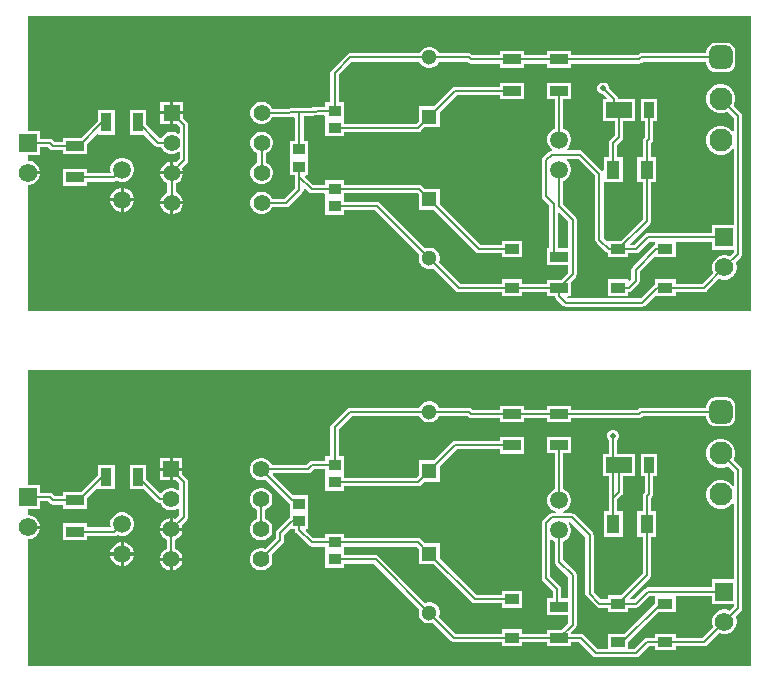
<source format=gtl>
G04*
G04 #@! TF.GenerationSoftware,Altium Limited,Altium Designer,23.1.1 (15)*
G04*
G04 Layer_Physical_Order=1*
G04 Layer_Color=255*
%FSLAX42Y42*%
%MOMM*%
G71*
G04*
G04 #@! TF.SameCoordinates,2A6C1220-FB5B-44CC-9D41-84C089C77491*
G04*
G04*
G04 #@! TF.FilePolarity,Positive*
G04*
G01*
G75*
%ADD12C,0.20*%
%ADD16R,1.10X1.65*%
%ADD17R,1.05X0.95*%
%ADD18R,1.55X0.90*%
%ADD19R,0.90X1.55*%
%ADD20R,1.22X0.91*%
%ADD21R,0.90X1.40*%
%ADD22R,2.20X1.40*%
%ADD31R,1.40X1.40*%
%ADD32C,1.40*%
%ADD33R,1.57X1.57*%
%ADD34R,1.30X1.30*%
%ADD35C,1.30*%
%ADD39C,1.57*%
%ADD41C,1.95*%
G04:AMPARAMS|DCode=42|XSize=1.95mm|YSize=1.95mm|CornerRadius=0.49mm|HoleSize=0mm|Usage=FLASHONLY|Rotation=270.000|XOffset=0mm|YOffset=0mm|HoleType=Round|Shape=RoundedRectangle|*
%AMROUNDEDRECTD42*
21,1,1.95,0.98,0,0,270.0*
21,1,0.98,1.95,0,0,270.0*
1,1,0.98,-0.49,-0.49*
1,1,0.98,-0.49,0.49*
1,1,0.98,0.49,0.49*
1,1,0.98,0.49,-0.49*
%
%ADD42ROUNDEDRECTD42*%
%ADD43C,1.50*%
%ADD44C,0.50*%
G36*
X6625Y3100D02*
X500D01*
Y4169D01*
X514D01*
X540Y4176D01*
X564Y4190D01*
X583Y4209D01*
X597Y4233D01*
X604Y4259D01*
Y4260D01*
X500D01*
Y4286D01*
X604D01*
Y4287D01*
X597Y4313D01*
X583Y4337D01*
X564Y4356D01*
X540Y4370D01*
X514Y4377D01*
X500D01*
Y4423D01*
X603D01*
Y4491D01*
X672D01*
X688Y4475D01*
X700Y4467D01*
X714Y4464D01*
X798D01*
Y4430D01*
X1003D01*
Y4519D01*
X1086Y4602D01*
X1098Y4598D01*
Y4597D01*
X1238D01*
Y4802D01*
X1098D01*
Y4715D01*
X952Y4570D01*
X798D01*
Y4536D01*
X728D01*
X712Y4552D01*
X700Y4560D01*
X686Y4563D01*
X603D01*
Y4630D01*
X500D01*
Y5600D01*
X6625D01*
Y3100D01*
D02*
G37*
G36*
Y100D02*
X500D01*
Y1169D01*
X514D01*
X540Y1176D01*
X564Y1190D01*
X583Y1209D01*
X597Y1233D01*
X604Y1259D01*
Y1260D01*
X500D01*
Y1286D01*
X604D01*
Y1287D01*
X597Y1313D01*
X583Y1337D01*
X564Y1356D01*
X540Y1370D01*
X514Y1377D01*
X500D01*
Y1423D01*
X603D01*
Y1491D01*
X672D01*
X688Y1475D01*
X700Y1467D01*
X714Y1464D01*
X798D01*
Y1430D01*
X1003D01*
Y1519D01*
X1086Y1602D01*
X1098Y1598D01*
Y1598D01*
X1238D01*
Y1802D01*
X1098D01*
Y1715D01*
X952Y1570D01*
X798D01*
Y1536D01*
X728D01*
X712Y1552D01*
X700Y1560D01*
X686Y1563D01*
X603D01*
Y1631D01*
X500D01*
Y2600D01*
X6625D01*
Y100D01*
D02*
G37*
%LPC*%
G36*
X6419Y5373D02*
X6321D01*
X6302Y5371D01*
X6284Y5363D01*
X6269Y5351D01*
X6257Y5336D01*
X6249Y5318D01*
X6247Y5299D01*
Y5286D01*
X5693D01*
X5679Y5283D01*
X5667Y5275D01*
X5660Y5268D01*
X5102D01*
Y5303D01*
X4897D01*
Y5268D01*
X4799D01*
X4799Y5268D01*
X4703D01*
Y5302D01*
X4497D01*
Y5268D01*
X4272D01*
X4265Y5275D01*
X4254Y5283D01*
X4240Y5286D01*
X3983D01*
X3972Y5305D01*
X3955Y5322D01*
X3935Y5334D01*
X3912Y5340D01*
X3888D01*
X3865Y5334D01*
X3845Y5322D01*
X3828Y5305D01*
X3817Y5286D01*
X3229D01*
X3215Y5283D01*
X3204Y5275D01*
X3075Y5146D01*
X3067Y5135D01*
X3064Y5121D01*
Y4872D01*
X3022D01*
Y4833D01*
X2799Y4823D01*
X2641Y4817D01*
X2570D01*
X2570Y4818D01*
X2557Y4839D01*
X2539Y4857D01*
X2518Y4870D01*
X2494Y4876D01*
X2468D01*
X2444Y4870D01*
X2423Y4857D01*
X2405Y4839D01*
X2392Y4818D01*
X2386Y4794D01*
Y4768D01*
X2392Y4744D01*
X2405Y4723D01*
X2423Y4705D01*
X2444Y4692D01*
X2468Y4686D01*
X2494D01*
X2518Y4692D01*
X2539Y4705D01*
X2557Y4723D01*
X2570Y4744D01*
X2570Y4745D01*
X2642D01*
X2643Y4745D01*
X2643Y4745D01*
X2755Y4750D01*
X2764Y4741D01*
Y4545D01*
X2723D01*
Y4413D01*
X2723Y4400D01*
X2723Y4387D01*
Y4255D01*
X2764D01*
Y4145D01*
X2674Y4055D01*
X2570D01*
X2570Y4056D01*
X2557Y4077D01*
X2539Y4095D01*
X2518Y4108D01*
X2494Y4114D01*
X2468D01*
X2444Y4108D01*
X2423Y4095D01*
X2405Y4077D01*
X2392Y4056D01*
X2386Y4032D01*
Y4006D01*
X2392Y3982D01*
X2405Y3961D01*
X2423Y3943D01*
X2444Y3930D01*
X2468Y3924D01*
X2494D01*
X2518Y3930D01*
X2539Y3943D01*
X2557Y3961D01*
X2570Y3982D01*
X2570Y3983D01*
X2689D01*
X2703Y3986D01*
X2714Y3994D01*
X2825Y4105D01*
X2833Y4116D01*
X2836Y4130D01*
Y4137D01*
X2847Y4142D01*
X2879Y4111D01*
X2890Y4103D01*
X2904Y4100D01*
X3013D01*
X3022Y4091D01*
X3022Y4064D01*
X3022Y4051D01*
Y3919D01*
X3177D01*
Y3955D01*
X3444D01*
X3816Y3584D01*
X3810Y3562D01*
Y3538D01*
X3816Y3515D01*
X3828Y3495D01*
X3845Y3478D01*
X3865Y3466D01*
X3888Y3460D01*
X3912D01*
X3934Y3466D01*
X4125Y3275D01*
X4136Y3267D01*
X4150Y3264D01*
X4514D01*
Y3230D01*
X4686D01*
Y3264D01*
X4897D01*
Y3230D01*
X4964D01*
X4966Y3220D01*
X4974Y3208D01*
X5033Y3150D01*
X5044Y3142D01*
X5058Y3139D01*
X5705D01*
X5718Y3142D01*
X5730Y3150D01*
X5804Y3223D01*
X5814Y3230D01*
Y3230D01*
X5814Y3230D01*
X5986D01*
Y3264D01*
X6227D01*
X6241Y3267D01*
X6252Y3275D01*
X6356Y3379D01*
X6360Y3377D01*
X6386Y3370D01*
X6414D01*
X6440Y3377D01*
X6464Y3390D01*
X6483Y3409D01*
X6496Y3433D01*
X6504Y3459D01*
Y3487D01*
X6496Y3513D01*
X6494Y3517D01*
X6541Y3564D01*
X6549Y3575D01*
X6551Y3589D01*
Y4754D01*
X6549Y4768D01*
X6541Y4779D01*
X6478Y4842D01*
X6484Y4853D01*
X6493Y4884D01*
Y4916D01*
X6484Y4947D01*
X6468Y4975D01*
X6445Y4998D01*
X6417Y5014D01*
X6386Y5022D01*
X6354D01*
X6323Y5014D01*
X6295Y4998D01*
X6272Y4975D01*
X6256Y4947D01*
X6248Y4916D01*
Y4884D01*
X6256Y4853D01*
X6272Y4825D01*
X6295Y4802D01*
X6323Y4786D01*
X6354Y4777D01*
X6386D01*
X6417Y4786D01*
X6428Y4792D01*
X6480Y4739D01*
Y4628D01*
X6471Y4626D01*
X6467Y4626D01*
X6445Y4648D01*
X6417Y4664D01*
X6386Y4672D01*
X6354D01*
X6323Y4664D01*
X6295Y4648D01*
X6272Y4625D01*
X6256Y4597D01*
X6248Y4566D01*
Y4534D01*
X6256Y4503D01*
X6272Y4475D01*
X6295Y4452D01*
X6323Y4436D01*
X6354Y4427D01*
X6386D01*
X6417Y4436D01*
X6445Y4452D01*
X6467Y4474D01*
X6471Y4474D01*
X6480Y4472D01*
Y3831D01*
X6297D01*
Y3763D01*
X5752D01*
X5739Y3760D01*
X5727Y3752D01*
X5637Y3663D01*
X5603D01*
X5598Y3674D01*
X5768Y3844D01*
X5775Y3856D01*
X5778Y3869D01*
Y4192D01*
X5822D01*
Y4407D01*
X5778D01*
Y4527D01*
X5787Y4535D01*
X5794Y4547D01*
X5797Y4560D01*
Y4709D01*
X5831D01*
Y4899D01*
X5691D01*
Y4709D01*
X5726D01*
Y4575D01*
X5717Y4567D01*
X5710Y4555D01*
X5707Y4541D01*
Y4407D01*
X5662D01*
Y4192D01*
X5707D01*
Y3884D01*
X5520Y3698D01*
X5414D01*
Y3698D01*
X5407Y3694D01*
X5378Y3723D01*
Y4192D01*
X5537D01*
Y4407D01*
X5493D01*
Y4511D01*
X5532Y4550D01*
X5539Y4561D01*
X5542Y4575D01*
Y4709D01*
X5641D01*
Y4899D01*
X5502D01*
X5500Y4911D01*
X5492Y4922D01*
X5425Y4989D01*
Y4998D01*
X5418Y5017D01*
X5404Y5031D01*
X5385Y5038D01*
X5365D01*
X5347Y5031D01*
X5333Y5017D01*
X5325Y4998D01*
Y4978D01*
X5333Y4960D01*
X5347Y4946D01*
X5365Y4938D01*
X5375D01*
X5403Y4911D01*
X5398Y4899D01*
X5371D01*
Y4709D01*
X5471D01*
Y4590D01*
X5432Y4551D01*
X5425Y4540D01*
X5422Y4526D01*
Y4407D01*
X5377D01*
Y4297D01*
X5376Y4296D01*
X5365Y4292D01*
X5205Y4452D01*
X5193Y4460D01*
X5180Y4463D01*
X5065D01*
X5063Y4475D01*
X5080Y4493D01*
X5093Y4515D01*
X5100Y4541D01*
Y4567D01*
X5093Y4593D01*
X5080Y4615D01*
X5061Y4634D01*
X5039Y4647D01*
X5036Y4648D01*
Y4898D01*
X5102D01*
Y5038D01*
X4897D01*
Y4898D01*
X4964D01*
Y4648D01*
X4961Y4647D01*
X4939Y4634D01*
X4920Y4615D01*
X4907Y4593D01*
X4900Y4567D01*
Y4541D01*
X4907Y4515D01*
X4920Y4493D01*
X4937Y4475D01*
X4937Y4469D01*
X4934Y4462D01*
X4922Y4460D01*
X4911Y4452D01*
X4862Y4404D01*
X4855Y4392D01*
X4852Y4379D01*
Y4077D01*
X4855Y4063D01*
X4862Y4051D01*
X4918Y3996D01*
Y3635D01*
X4897D01*
Y3495D01*
X5078D01*
Y3429D01*
X5020Y3370D01*
X4897D01*
Y3336D01*
X4686D01*
Y3371D01*
X4514D01*
Y3336D01*
X4165D01*
X3984Y3516D01*
X3990Y3538D01*
Y3562D01*
X3984Y3585D01*
X3972Y3605D01*
X3955Y3622D01*
X3935Y3634D01*
X3912Y3640D01*
X3888D01*
X3866Y3634D01*
X3484Y4016D01*
X3473Y4024D01*
X3459Y4027D01*
X3186D01*
X3177Y4036D01*
X3177Y4064D01*
X3177Y4076D01*
Y4100D01*
X3799D01*
X3810Y4090D01*
Y3960D01*
X3940D01*
X4298Y3602D01*
X4309Y3594D01*
X4323Y3591D01*
X4514D01*
Y3557D01*
X4686D01*
Y3698D01*
X4514D01*
Y3663D01*
X4338D01*
X3990Y4010D01*
Y4140D01*
X3860D01*
X3839Y4161D01*
X3828Y4169D01*
X3814Y4172D01*
X3177D01*
Y4209D01*
X3022D01*
Y4172D01*
X2919D01*
X2848Y4242D01*
X2853Y4255D01*
X2878D01*
Y4387D01*
X2878Y4400D01*
X2878Y4413D01*
Y4545D01*
X2836D01*
Y4753D01*
X3013Y4761D01*
X3022Y4752D01*
Y4583D01*
X3177D01*
Y4619D01*
X3805D01*
X3819Y4622D01*
X3830Y4630D01*
X3860Y4660D01*
X3990D01*
Y4790D01*
X4132Y4932D01*
X4497D01*
Y4897D01*
X4703D01*
Y5037D01*
X4497D01*
Y5003D01*
X4118D01*
X4104Y5000D01*
X4092Y4993D01*
X3940Y4840D01*
X3810D01*
Y4710D01*
X3790Y4691D01*
X3177D01*
Y4727D01*
Y4872D01*
X3136D01*
Y5106D01*
X3244Y5214D01*
X3817D01*
X3828Y5195D01*
X3845Y5178D01*
X3865Y5166D01*
X3888Y5160D01*
X3912D01*
X3935Y5166D01*
X3955Y5178D01*
X3972Y5195D01*
X3983Y5214D01*
X4225D01*
X4232Y5207D01*
X4244Y5200D01*
X4257Y5197D01*
X4497D01*
Y5162D01*
X4703D01*
Y5197D01*
X4799D01*
X4799Y5197D01*
X4897D01*
Y5163D01*
X5102D01*
Y5197D01*
X5675D01*
X5689Y5200D01*
X5700Y5207D01*
X5707Y5214D01*
X6247D01*
Y5201D01*
X6249Y5182D01*
X6257Y5164D01*
X6269Y5149D01*
X6284Y5137D01*
X6302Y5129D01*
X6321Y5127D01*
X6419D01*
X6438Y5129D01*
X6456Y5137D01*
X6471Y5149D01*
X6483Y5164D01*
X6491Y5182D01*
X6493Y5201D01*
Y5299D01*
X6491Y5318D01*
X6483Y5336D01*
X6471Y5351D01*
X6456Y5363D01*
X6438Y5371D01*
X6419Y5373D01*
D02*
G37*
G36*
X1814Y4876D02*
X1732D01*
Y4794D01*
X1814D01*
Y4876D01*
D02*
G37*
G36*
X1706D02*
X1624D01*
Y4794D01*
X1706D01*
Y4876D01*
D02*
G37*
G36*
Y4768D02*
X1624D01*
Y4686D01*
X1706D01*
Y4768D01*
D02*
G37*
G36*
X1503Y4802D02*
X1363D01*
Y4597D01*
X1485D01*
X1580Y4502D01*
X1592Y4494D01*
X1606Y4491D01*
X1630D01*
X1630Y4490D01*
X1643Y4469D01*
X1661Y4451D01*
X1682Y4438D01*
X1706Y4432D01*
X1732D01*
X1756Y4438D01*
X1776Y4450D01*
X1786Y4447D01*
X1789Y4446D01*
Y4393D01*
X1757Y4361D01*
X1756Y4362D01*
X1732Y4368D01*
Y4286D01*
X1814D01*
X1808Y4310D01*
X1807Y4311D01*
X1850Y4353D01*
X1857Y4365D01*
X1860Y4378D01*
Y4676D01*
X1857Y4689D01*
X1850Y4701D01*
X1814Y4736D01*
Y4768D01*
X1732D01*
Y4686D01*
X1764D01*
X1789Y4661D01*
Y4608D01*
X1786Y4607D01*
X1776Y4604D01*
X1756Y4616D01*
X1732Y4622D01*
X1706D01*
X1682Y4616D01*
X1661Y4603D01*
X1643Y4585D01*
X1632Y4566D01*
X1621Y4565D01*
X1618Y4565D01*
X1503Y4680D01*
Y4802D01*
D02*
G37*
G36*
X1706Y4368D02*
X1682Y4362D01*
X1660Y4349D01*
X1643Y4332D01*
X1630Y4310D01*
X1624Y4286D01*
X1706D01*
Y4368D01*
D02*
G37*
G36*
X1313Y4400D02*
X1287D01*
X1261Y4393D01*
X1239Y4380D01*
X1220Y4361D01*
X1207Y4339D01*
X1200Y4313D01*
Y4287D01*
X1202Y4281D01*
X1194Y4271D01*
X1003D01*
Y4305D01*
X798D01*
Y4165D01*
X1003D01*
Y4199D01*
X1235D01*
X1249Y4202D01*
X1258Y4209D01*
X1261Y4207D01*
X1287Y4200D01*
X1313D01*
X1339Y4207D01*
X1361Y4220D01*
X1380Y4239D01*
X1393Y4261D01*
X1400Y4287D01*
Y4313D01*
X1393Y4339D01*
X1380Y4361D01*
X1361Y4380D01*
X1339Y4393D01*
X1313Y4400D01*
D02*
G37*
G36*
X2494Y4622D02*
X2468D01*
X2444Y4616D01*
X2423Y4603D01*
X2405Y4585D01*
X2392Y4564D01*
X2386Y4540D01*
Y4514D01*
X2392Y4490D01*
X2405Y4469D01*
X2423Y4451D01*
X2444Y4438D01*
X2445Y4438D01*
Y4362D01*
X2444Y4362D01*
X2423Y4349D01*
X2405Y4331D01*
X2392Y4310D01*
X2386Y4286D01*
Y4260D01*
X2392Y4236D01*
X2405Y4215D01*
X2423Y4197D01*
X2444Y4184D01*
X2468Y4178D01*
X2494D01*
X2518Y4184D01*
X2539Y4197D01*
X2557Y4215D01*
X2570Y4236D01*
X2576Y4260D01*
Y4286D01*
X2570Y4310D01*
X2557Y4331D01*
X2539Y4349D01*
X2518Y4362D01*
X2517Y4362D01*
Y4438D01*
X2518Y4438D01*
X2539Y4451D01*
X2557Y4469D01*
X2570Y4490D01*
X2576Y4514D01*
Y4540D01*
X2570Y4564D01*
X2557Y4585D01*
X2539Y4603D01*
X2518Y4616D01*
X2494Y4622D01*
D02*
G37*
G36*
X1313Y4146D02*
X1313D01*
Y4059D01*
X1400D01*
Y4059D01*
X1394Y4085D01*
X1380Y4108D01*
X1362Y4126D01*
X1339Y4140D01*
X1313Y4146D01*
D02*
G37*
G36*
X1287D02*
X1287D01*
X1261Y4140D01*
X1238Y4126D01*
X1220Y4108D01*
X1206Y4085D01*
X1200Y4059D01*
Y4059D01*
X1287D01*
Y4146D01*
D02*
G37*
G36*
X1814Y4260D02*
X1624D01*
X1630Y4236D01*
X1643Y4214D01*
X1660Y4197D01*
X1682Y4184D01*
X1683Y4184D01*
Y4108D01*
X1682Y4108D01*
X1660Y4095D01*
X1643Y4078D01*
X1630Y4056D01*
X1624Y4032D01*
X1814D01*
X1808Y4056D01*
X1795Y4078D01*
X1778Y4095D01*
X1756Y4108D01*
X1755Y4108D01*
Y4184D01*
X1756Y4184D01*
X1778Y4197D01*
X1795Y4214D01*
X1808Y4236D01*
X1814Y4260D01*
D02*
G37*
G36*
X1400Y4033D02*
X1313D01*
Y3946D01*
X1313D01*
X1339Y3952D01*
X1362Y3966D01*
X1380Y3984D01*
X1394Y4007D01*
X1400Y4033D01*
Y4033D01*
D02*
G37*
G36*
X1287D02*
X1200D01*
Y4033D01*
X1206Y4007D01*
X1220Y3984D01*
X1238Y3966D01*
X1261Y3952D01*
X1287Y3946D01*
X1287D01*
Y4033D01*
D02*
G37*
G36*
X1814Y4006D02*
X1732D01*
Y3924D01*
X1756Y3930D01*
X1778Y3943D01*
X1795Y3960D01*
X1808Y3982D01*
X1814Y4006D01*
D02*
G37*
G36*
X1706D02*
X1624D01*
X1630Y3982D01*
X1643Y3960D01*
X1660Y3943D01*
X1682Y3930D01*
X1706Y3924D01*
Y4006D01*
D02*
G37*
%LPD*%
G36*
X5078Y3861D02*
Y3635D01*
X4989D01*
Y3933D01*
X5001Y3938D01*
X5078Y3861D01*
D02*
G37*
G36*
X5307Y4250D02*
Y3708D01*
X5309Y3695D01*
X5317Y3683D01*
X5398Y3602D01*
X5410Y3594D01*
X5414Y3593D01*
Y3557D01*
X5586D01*
Y3591D01*
X5652D01*
X5666Y3594D01*
X5677Y3602D01*
X5767Y3691D01*
X5814D01*
Y3661D01*
X5809Y3660D01*
X5797Y3652D01*
X5622Y3477D01*
X5614Y3465D01*
X5611Y3452D01*
Y3372D01*
X5598Y3359D01*
X5586Y3364D01*
Y3371D01*
X5414D01*
Y3230D01*
X5586D01*
Y3264D01*
X5589D01*
X5603Y3267D01*
X5615Y3275D01*
X5672Y3332D01*
X5680Y3344D01*
X5683Y3358D01*
Y3437D01*
X5806Y3560D01*
X5814Y3557D01*
Y3557D01*
X5986D01*
Y3691D01*
X6297D01*
Y3624D01*
X6480D01*
Y3604D01*
X6444Y3567D01*
X6440Y3569D01*
X6414Y3577D01*
X6386D01*
X6360Y3569D01*
X6336Y3556D01*
X6317Y3537D01*
X6304Y3513D01*
X6297Y3487D01*
Y3459D01*
X6304Y3433D01*
X6306Y3429D01*
X6212Y3336D01*
X5986D01*
Y3371D01*
X5814D01*
Y3331D01*
X5805Y3325D01*
X5690Y3211D01*
X5074D01*
X5067Y3218D01*
X5073Y3230D01*
X5102D01*
Y3352D01*
X5139Y3388D01*
X5147Y3400D01*
X5149Y3414D01*
Y3876D01*
X5147Y3890D01*
X5139Y3901D01*
X5036Y4004D01*
Y4206D01*
X5039Y4207D01*
X5061Y4220D01*
X5080Y4239D01*
X5093Y4261D01*
X5100Y4287D01*
Y4313D01*
X5093Y4339D01*
X5080Y4361D01*
X5063Y4379D01*
X5065Y4391D01*
X5165D01*
X5307Y4250D01*
D02*
G37*
%LPC*%
G36*
X6419Y2373D02*
X6321D01*
X6302Y2371D01*
X6284Y2363D01*
X6269Y2351D01*
X6257Y2336D01*
X6249Y2318D01*
X6247Y2299D01*
Y2286D01*
X5693D01*
X5679Y2283D01*
X5667Y2275D01*
X5660Y2268D01*
X5102D01*
Y2302D01*
X4897D01*
Y2268D01*
X4703D01*
Y2302D01*
X4497D01*
Y2268D01*
X4272D01*
X4265Y2275D01*
X4254Y2283D01*
X4240Y2286D01*
X3983D01*
X3972Y2305D01*
X3955Y2322D01*
X3935Y2334D01*
X3912Y2340D01*
X3888D01*
X3865Y2334D01*
X3845Y2322D01*
X3828Y2305D01*
X3817Y2286D01*
X3229D01*
X3215Y2283D01*
X3204Y2275D01*
X3075Y2146D01*
X3067Y2135D01*
X3064Y2121D01*
Y1872D01*
X3022D01*
Y1836D01*
X2910D01*
X2896Y1833D01*
X2884Y1825D01*
X2859Y1800D01*
X2566D01*
X2566Y1801D01*
X2553Y1822D01*
X2536Y1840D01*
X2514Y1852D01*
X2490Y1859D01*
X2465D01*
X2441Y1852D01*
X2419Y1840D01*
X2401Y1822D01*
X2389Y1801D01*
X2382Y1776D01*
Y1751D01*
X2389Y1727D01*
X2401Y1706D01*
X2419Y1688D01*
X2441Y1675D01*
X2465Y1669D01*
X2490D01*
X2514Y1675D01*
X2515Y1676D01*
X2716Y1475D01*
X2721Y1471D01*
X2722Y1470D01*
X2722Y1400D01*
X2722Y1387D01*
Y1357D01*
X2716Y1353D01*
X2615Y1251D01*
X2607Y1240D01*
X2604Y1226D01*
Y1179D01*
X2515Y1090D01*
X2514Y1090D01*
X2490Y1097D01*
X2465D01*
X2441Y1090D01*
X2419Y1078D01*
X2401Y1060D01*
X2389Y1039D01*
X2382Y1014D01*
Y989D01*
X2389Y965D01*
X2401Y944D01*
X2419Y926D01*
X2441Y913D01*
X2465Y907D01*
X2490D01*
X2514Y913D01*
X2536Y926D01*
X2553Y944D01*
X2566Y965D01*
X2572Y989D01*
Y1014D01*
X2566Y1039D01*
X2565Y1039D01*
X2665Y1139D01*
X2673Y1151D01*
X2675Y1164D01*
Y1211D01*
X2713Y1248D01*
X2722Y1255D01*
Y1255D01*
X2722Y1255D01*
X2764D01*
Y1249D01*
X2767Y1235D01*
X2775Y1224D01*
X2879Y1120D01*
X2890Y1112D01*
X2904Y1109D01*
X3022D01*
Y1073D01*
Y928D01*
X3177D01*
Y964D01*
X3435D01*
X3816Y584D01*
X3810Y562D01*
Y538D01*
X3816Y515D01*
X3828Y495D01*
X3845Y478D01*
X3865Y466D01*
X3888Y460D01*
X3912D01*
X3934Y466D01*
X4088Y311D01*
X4100Y304D01*
X4113Y301D01*
X4514D01*
Y266D01*
X4686D01*
Y301D01*
X4793D01*
X4800Y299D01*
X4897D01*
Y265D01*
X5102D01*
Y299D01*
X5170D01*
X5287Y183D01*
X5298Y175D01*
X5312Y172D01*
X5652D01*
X5666Y175D01*
X5677Y183D01*
X5759Y264D01*
X5814D01*
Y230D01*
X5986D01*
Y264D01*
X6227D01*
X6241Y267D01*
X6252Y275D01*
X6356Y379D01*
X6360Y377D01*
X6386Y370D01*
X6414D01*
X6440Y377D01*
X6464Y390D01*
X6483Y409D01*
X6496Y433D01*
X6504Y459D01*
Y487D01*
X6496Y513D01*
X6494Y517D01*
X6541Y564D01*
X6549Y575D01*
X6551Y589D01*
Y1754D01*
X6549Y1768D01*
X6541Y1779D01*
X6478Y1842D01*
X6484Y1853D01*
X6493Y1884D01*
Y1916D01*
X6484Y1947D01*
X6468Y1975D01*
X6445Y1998D01*
X6417Y2014D01*
X6386Y2022D01*
X6354D01*
X6323Y2014D01*
X6295Y1998D01*
X6272Y1975D01*
X6256Y1947D01*
X6248Y1916D01*
Y1884D01*
X6256Y1853D01*
X6272Y1825D01*
X6295Y1802D01*
X6323Y1786D01*
X6354Y1777D01*
X6386D01*
X6417Y1786D01*
X6428Y1792D01*
X6480Y1739D01*
Y1628D01*
X6471Y1626D01*
X6467Y1626D01*
X6445Y1648D01*
X6417Y1664D01*
X6386Y1672D01*
X6354D01*
X6323Y1664D01*
X6295Y1648D01*
X6272Y1625D01*
X6256Y1597D01*
X6248Y1566D01*
Y1534D01*
X6256Y1503D01*
X6272Y1475D01*
X6295Y1452D01*
X6323Y1436D01*
X6354Y1427D01*
X6386D01*
X6417Y1436D01*
X6445Y1452D01*
X6467Y1474D01*
X6471Y1474D01*
X6480Y1472D01*
Y831D01*
X6297D01*
Y763D01*
X5752D01*
X5739Y760D01*
X5727Y752D01*
X5637Y663D01*
X5603D01*
X5598Y674D01*
X5768Y844D01*
X5775Y856D01*
X5778Y870D01*
Y1193D01*
X5822D01*
Y1407D01*
X5778D01*
Y1524D01*
X5785Y1531D01*
X5793Y1543D01*
X5796Y1557D01*
Y1705D01*
X5830D01*
Y1895D01*
X5690D01*
Y1705D01*
X5724D01*
Y1571D01*
X5717Y1564D01*
X5710Y1553D01*
X5707Y1539D01*
Y1407D01*
X5662D01*
Y1193D01*
X5707D01*
Y884D01*
X5520Y698D01*
X5414D01*
Y663D01*
X5357D01*
X5294Y726D01*
Y1204D01*
X5291Y1217D01*
X5284Y1229D01*
X5131Y1381D01*
X5120Y1389D01*
X5106Y1392D01*
X5032D01*
X5030Y1405D01*
X5039Y1407D01*
X5061Y1420D01*
X5080Y1439D01*
X5093Y1461D01*
X5100Y1487D01*
Y1513D01*
X5093Y1539D01*
X5080Y1561D01*
X5061Y1580D01*
X5039Y1593D01*
X5036Y1594D01*
Y1898D01*
X5102D01*
Y2038D01*
X4897D01*
Y1898D01*
X4964D01*
Y1594D01*
X4961Y1593D01*
X4939Y1580D01*
X4920Y1561D01*
X4907Y1539D01*
X4900Y1513D01*
Y1487D01*
X4907Y1461D01*
X4920Y1439D01*
X4939Y1420D01*
X4961Y1407D01*
X4970Y1405D01*
X4968Y1392D01*
X4936D01*
X4922Y1389D01*
X4911Y1381D01*
X4862Y1333D01*
X4855Y1322D01*
X4852Y1308D01*
Y843D01*
X4855Y829D01*
X4862Y818D01*
X4946Y734D01*
Y670D01*
X4897D01*
Y530D01*
X5078D01*
Y464D01*
X5020Y405D01*
X4897D01*
Y371D01*
X4806D01*
X4799Y372D01*
X4686D01*
Y407D01*
X4514D01*
Y372D01*
X4128D01*
X3984Y516D01*
X3990Y538D01*
Y562D01*
X3984Y585D01*
X3972Y605D01*
X3955Y622D01*
X3935Y634D01*
X3912Y640D01*
X3888D01*
X3866Y634D01*
X3475Y1025D01*
X3464Y1033D01*
X3450Y1036D01*
X3177D01*
Y1109D01*
X3790D01*
X3810Y1090D01*
Y960D01*
X3940D01*
X4261Y638D01*
X4273Y631D01*
X4286Y628D01*
X4514D01*
Y593D01*
X4686D01*
Y734D01*
X4514D01*
Y699D01*
X4301D01*
X3990Y1010D01*
Y1140D01*
X3860D01*
X3830Y1170D01*
X3819Y1178D01*
X3805Y1181D01*
X3177D01*
Y1217D01*
X3022D01*
Y1181D01*
X2919D01*
X2856Y1243D01*
X2861Y1255D01*
X2877D01*
Y1387D01*
X2877Y1400D01*
X2877Y1413D01*
Y1545D01*
X2747D01*
X2576Y1716D01*
X2581Y1728D01*
X2873D01*
X2887Y1731D01*
X2899Y1739D01*
X2924Y1764D01*
X3014D01*
X3022Y1755D01*
X3022Y1727D01*
X3022Y1715D01*
Y1582D01*
X3177D01*
Y1619D01*
X3805D01*
X3819Y1622D01*
X3830Y1630D01*
X3860Y1660D01*
X3990D01*
Y1790D01*
X4132Y1932D01*
X4497D01*
Y1897D01*
X4703D01*
Y2037D01*
X4497D01*
Y2003D01*
X4117D01*
X4104Y2000D01*
X4092Y1993D01*
X3940Y1840D01*
X3810D01*
Y1710D01*
X3790Y1691D01*
X3186D01*
X3177Y1700D01*
X3177Y1727D01*
X3177Y1740D01*
Y1872D01*
X3136D01*
Y2106D01*
X3244Y2214D01*
X3817D01*
X3828Y2195D01*
X3845Y2178D01*
X3865Y2166D01*
X3888Y2160D01*
X3912D01*
X3935Y2166D01*
X3955Y2178D01*
X3972Y2195D01*
X3983Y2214D01*
X4225D01*
X4232Y2207D01*
X4244Y2200D01*
X4257Y2197D01*
X4497D01*
Y2163D01*
X4703D01*
Y2197D01*
X4897D01*
Y2163D01*
X5102D01*
Y2197D01*
X5675D01*
X5689Y2200D01*
X5700Y2207D01*
X5707Y2214D01*
X6247D01*
Y2201D01*
X6249Y2182D01*
X6257Y2164D01*
X6269Y2149D01*
X6284Y2137D01*
X6302Y2129D01*
X6321Y2127D01*
X6419D01*
X6438Y2129D01*
X6456Y2137D01*
X6471Y2149D01*
X6483Y2164D01*
X6491Y2182D01*
X6493Y2201D01*
Y2299D01*
X6491Y2318D01*
X6483Y2336D01*
X6471Y2351D01*
X6456Y2363D01*
X6438Y2371D01*
X6419Y2373D01*
D02*
G37*
G36*
X1811Y1859D02*
X1728D01*
Y1777D01*
X1811D01*
Y1859D01*
D02*
G37*
G36*
X1702D02*
X1620D01*
Y1777D01*
X1702D01*
Y1859D01*
D02*
G37*
G36*
Y1751D02*
X1620D01*
Y1669D01*
X1702D01*
Y1751D01*
D02*
G37*
G36*
X1503Y1802D02*
X1363D01*
Y1598D01*
X1485D01*
X1597Y1485D01*
X1609Y1477D01*
X1623Y1474D01*
X1626D01*
X1627Y1473D01*
X1639Y1452D01*
X1657Y1434D01*
X1679Y1421D01*
X1703Y1415D01*
X1728D01*
X1752Y1421D01*
X1774Y1434D01*
X1774Y1435D01*
X1786Y1430D01*
Y1377D01*
X1753Y1344D01*
X1752Y1345D01*
X1728Y1351D01*
Y1269D01*
X1811D01*
X1804Y1293D01*
X1804Y1294D01*
X1847Y1337D01*
X1855Y1349D01*
X1858Y1363D01*
Y1657D01*
X1855Y1671D01*
X1847Y1682D01*
X1811Y1719D01*
Y1751D01*
X1728D01*
Y1669D01*
X1760D01*
X1786Y1642D01*
Y1590D01*
X1774Y1585D01*
X1774Y1586D01*
X1752Y1598D01*
X1728Y1605D01*
X1703D01*
X1679Y1598D01*
X1657Y1586D01*
X1639Y1568D01*
X1635Y1562D01*
X1623Y1560D01*
X1503Y1680D01*
Y1802D01*
D02*
G37*
G36*
X1313Y1400D02*
X1287D01*
X1261Y1393D01*
X1239Y1380D01*
X1220Y1361D01*
X1207Y1339D01*
X1200Y1313D01*
Y1287D01*
X1202Y1281D01*
X1194Y1271D01*
X1003D01*
Y1305D01*
X798D01*
Y1165D01*
X1003D01*
Y1199D01*
X1235D01*
X1249Y1202D01*
X1258Y1209D01*
X1261Y1207D01*
X1287Y1200D01*
X1313D01*
X1339Y1207D01*
X1361Y1220D01*
X1380Y1239D01*
X1393Y1261D01*
X1400Y1287D01*
Y1313D01*
X1393Y1339D01*
X1380Y1361D01*
X1361Y1380D01*
X1339Y1393D01*
X1313Y1400D01*
D02*
G37*
G36*
X1702Y1351D02*
X1678Y1345D01*
X1657Y1332D01*
X1639Y1314D01*
X1626Y1293D01*
X1620Y1269D01*
X1702D01*
Y1351D01*
D02*
G37*
G36*
X5467Y2097D02*
X5448D01*
X5429Y2089D01*
X5415Y2075D01*
X5407Y2057D01*
Y2037D01*
X5415Y2019D01*
X5422Y2012D01*
Y1895D01*
X5370D01*
Y1705D01*
X5422D01*
Y1524D01*
Y1407D01*
X5377D01*
Y1193D01*
X5537D01*
Y1407D01*
X5493D01*
Y1509D01*
X5530Y1546D01*
X5538Y1558D01*
X5541Y1571D01*
Y1705D01*
X5640D01*
Y1895D01*
X5493D01*
Y2012D01*
X5500Y2019D01*
X5507Y2037D01*
Y2057D01*
X5500Y2075D01*
X5486Y2089D01*
X5467Y2097D01*
D02*
G37*
G36*
X2490Y1605D02*
X2465D01*
X2441Y1598D01*
X2419Y1586D01*
X2401Y1568D01*
X2389Y1547D01*
X2382Y1522D01*
Y1497D01*
X2389Y1473D01*
X2401Y1452D01*
X2419Y1434D01*
X2441Y1421D01*
X2442Y1421D01*
Y1345D01*
X2441Y1344D01*
X2419Y1332D01*
X2401Y1314D01*
X2389Y1293D01*
X2382Y1268D01*
Y1243D01*
X2389Y1219D01*
X2401Y1198D01*
X2419Y1180D01*
X2441Y1167D01*
X2465Y1161D01*
X2490D01*
X2514Y1167D01*
X2536Y1180D01*
X2553Y1198D01*
X2566Y1219D01*
X2572Y1243D01*
Y1268D01*
X2566Y1293D01*
X2553Y1314D01*
X2536Y1332D01*
X2514Y1344D01*
X2513Y1345D01*
Y1421D01*
X2514Y1421D01*
X2536Y1434D01*
X2553Y1452D01*
X2566Y1473D01*
X2572Y1497D01*
Y1522D01*
X2566Y1547D01*
X2553Y1568D01*
X2536Y1586D01*
X2514Y1598D01*
X2490Y1605D01*
D02*
G37*
G36*
X1313Y1146D02*
X1313D01*
Y1059D01*
X1400D01*
Y1059D01*
X1394Y1085D01*
X1380Y1108D01*
X1362Y1126D01*
X1339Y1140D01*
X1313Y1146D01*
D02*
G37*
G36*
X1287D02*
X1287D01*
X1261Y1140D01*
X1238Y1126D01*
X1220Y1108D01*
X1206Y1085D01*
X1200Y1059D01*
Y1059D01*
X1287D01*
Y1146D01*
D02*
G37*
G36*
X1811Y1243D02*
X1620D01*
X1626Y1219D01*
X1639Y1197D01*
X1657Y1180D01*
X1678Y1167D01*
X1680Y1167D01*
Y1091D01*
X1678Y1091D01*
X1657Y1078D01*
X1639Y1060D01*
X1626Y1039D01*
X1620Y1015D01*
X1811D01*
X1804Y1039D01*
X1792Y1060D01*
X1774Y1078D01*
X1752Y1091D01*
X1751Y1091D01*
Y1167D01*
X1752Y1167D01*
X1774Y1180D01*
X1792Y1197D01*
X1804Y1219D01*
X1811Y1243D01*
D02*
G37*
G36*
X1400Y1033D02*
X1313D01*
Y946D01*
X1313D01*
X1339Y952D01*
X1362Y966D01*
X1380Y984D01*
X1394Y1007D01*
X1400Y1033D01*
Y1033D01*
D02*
G37*
G36*
X1287D02*
X1200D01*
Y1033D01*
X1206Y1007D01*
X1220Y984D01*
X1238Y966D01*
X1261Y952D01*
X1287Y946D01*
X1287D01*
Y1033D01*
D02*
G37*
G36*
X1811Y989D02*
X1728D01*
Y907D01*
X1752Y913D01*
X1774Y926D01*
X1792Y943D01*
X1804Y965D01*
X1811Y989D01*
D02*
G37*
G36*
X1702D02*
X1620D01*
X1626Y965D01*
X1639Y943D01*
X1657Y926D01*
X1678Y913D01*
X1702Y907D01*
Y989D01*
D02*
G37*
%LPD*%
G36*
X4939Y1166D02*
X4961Y1153D01*
X4964Y1152D01*
Y982D01*
X4967Y969D01*
X4975Y957D01*
X5078Y854D01*
Y670D01*
X5017D01*
Y749D01*
X5015Y763D01*
X5007Y774D01*
X4923Y858D01*
Y1165D01*
X4935Y1169D01*
X4939Y1166D01*
D02*
G37*
G36*
X6297Y624D02*
X6480D01*
Y604D01*
X6444Y567D01*
X6440Y569D01*
X6414Y577D01*
X6386D01*
X6360Y569D01*
X6336Y556D01*
X6317Y537D01*
X6304Y513D01*
X6297Y487D01*
Y459D01*
X6304Y433D01*
X6306Y429D01*
X6212Y336D01*
X5986D01*
Y371D01*
X5814D01*
Y336D01*
X5744D01*
X5730Y333D01*
X5719Y325D01*
X5637Y244D01*
X5586D01*
Y300D01*
X5842Y557D01*
X5986D01*
Y691D01*
X6297D01*
Y624D01*
D02*
G37*
G36*
X5223Y1189D02*
Y711D01*
X5226Y697D01*
X5233Y686D01*
X5317Y602D01*
X5329Y594D01*
X5342Y591D01*
X5414D01*
Y557D01*
X5586D01*
Y591D01*
X5652D01*
X5666Y594D01*
X5677Y602D01*
X5767Y691D01*
X5814D01*
Y629D01*
X5555Y371D01*
X5414D01*
Y244D01*
X5327D01*
X5210Y360D01*
X5198Y368D01*
X5185Y371D01*
X5102D01*
Y387D01*
X5139Y423D01*
X5147Y435D01*
X5149Y449D01*
Y869D01*
X5147Y882D01*
X5139Y894D01*
X5036Y997D01*
Y1152D01*
X5039Y1153D01*
X5061Y1166D01*
X5080Y1185D01*
X5093Y1207D01*
X5100Y1233D01*
Y1259D01*
X5093Y1285D01*
X5083Y1302D01*
X5088Y1315D01*
X5089Y1316D01*
X5095Y1317D01*
X5223Y1189D01*
D02*
G37*
D12*
X4954Y3565D02*
Y4010D01*
X5467Y4804D02*
Y4897D01*
X4999Y3233D02*
Y3300D01*
X4600D02*
X4999D01*
X2800Y4788D02*
X3100Y4800D01*
X2800Y4130D02*
Y4240D01*
X5457Y1524D02*
Y2047D01*
Y1300D02*
Y1524D01*
X4982Y600D02*
Y749D01*
X1719Y4273D02*
X1824Y4378D01*
Y4676D01*
X1719Y4781D02*
X1824Y4676D01*
X1606Y4527D02*
X1719D01*
X1433Y4700D02*
X1606Y4527D01*
X5742Y3869D02*
Y4300D01*
X5500Y3627D02*
X5742Y3869D01*
X5752Y3727D02*
X6400D01*
X5652Y3627D02*
X5752Y3727D01*
X5500Y3627D02*
X5652D01*
X5500Y3300D02*
X5589D01*
X5647Y3358D01*
Y3452D01*
X5822Y3627D01*
X5900D01*
X900Y4235D02*
X1235D01*
X1300Y4300D01*
X4118Y4967D02*
X4600D01*
X3900Y4750D02*
X4118Y4967D01*
X3100Y4655D02*
X3805D01*
X3900Y4750D01*
X5900Y3300D02*
X6227D01*
X6400Y3473D01*
X4150Y3300D02*
X4600D01*
X3900Y3550D02*
X4150Y3300D01*
X5830D02*
X5900D01*
X5705Y3175D02*
X5830Y3300D01*
X5058Y3175D02*
X5705D01*
X4999Y3233D02*
X5058Y3175D01*
X4999Y3300D02*
X5000D01*
Y3990D02*
Y4300D01*
Y3990D02*
X5114Y3876D01*
Y3414D02*
Y3876D01*
X5000Y3300D02*
X5114Y3414D01*
X2481Y4781D02*
X2642D01*
X2800Y4788D01*
Y4473D02*
Y4788D01*
X3100Y4136D02*
X3814D01*
X3900Y4050D01*
X4117Y1967D02*
X4600D01*
X3900Y1750D02*
X4117Y1967D01*
X3100Y1655D02*
X3805D01*
X3900Y1750D01*
X5900Y300D02*
X6227D01*
X6400Y473D01*
X4113Y337D02*
X4600D01*
X3900Y550D02*
X4113Y337D01*
X5000Y982D02*
Y1246D01*
Y982D02*
X5114Y869D01*
Y449D02*
Y869D01*
X5000Y335D02*
X5114Y449D01*
X1715Y1256D02*
X1822Y1363D01*
Y1657D01*
X1715Y1764D02*
X1822Y1657D01*
X1623Y1510D02*
X1715D01*
X1433Y1700D02*
X1623Y1510D01*
X5742Y870D02*
Y1300D01*
X5500Y627D02*
X5742Y870D01*
X5752Y727D02*
X6400D01*
X5652Y627D02*
X5752Y727D01*
X5500Y627D02*
X5652D01*
X4982Y600D02*
X5000D01*
X4888Y843D02*
X4982Y749D01*
X4888Y843D02*
Y1308D01*
X4936Y1356D01*
X5106D01*
X5258Y1204D01*
Y711D02*
Y1204D01*
Y711D02*
X5342Y627D01*
X5500D01*
X900Y1235D02*
X1235D01*
X1300Y1300D01*
X2477Y1764D02*
X2741Y1500D01*
X2800Y1473D01*
X4286Y664D02*
X4600D01*
X3900Y1050D02*
X4286Y664D01*
X3100Y1145D02*
X3805D01*
X3900Y1050D01*
X2477Y1002D02*
X2640Y1164D01*
Y1226D01*
X2741Y1327D01*
X2800D01*
X3100Y1000D02*
X3450D01*
X3900Y550D01*
X2910Y1800D02*
X3100D01*
X2873Y1764D02*
X2910Y1800D01*
X2477Y1764D02*
X2873D01*
X2481Y4019D02*
X2689D01*
X2800Y4130D01*
X3100Y3991D02*
X3459D01*
X3900Y3550D01*
X5467Y4804D02*
X5506D01*
X5375Y4988D02*
X5467Y4897D01*
X2904Y4136D02*
X3100D01*
X2800Y4240D02*
X2904Y4136D01*
X2800Y4240D02*
Y4327D01*
X2904Y1145D02*
X3100D01*
X2800Y1249D02*
X2904Y1145D01*
X2800Y1249D02*
Y1327D01*
X4323Y3627D02*
X4600D01*
X3900Y4050D02*
X4323Y3627D01*
X3229Y2250D02*
X3900D01*
X3100Y2121D02*
X3229Y2250D01*
X3100Y1800D02*
Y2121D01*
X3229Y5250D02*
X3900D01*
X3100Y5121D02*
X3229Y5250D01*
X3100Y4800D02*
Y5121D01*
X4954Y3565D02*
X5000D01*
X4888Y4077D02*
X4954Y4010D01*
X4888Y4077D02*
Y4379D01*
X4936Y4427D01*
X5180D01*
X5342Y4264D01*
Y3708D02*
Y4264D01*
Y3708D02*
X5424Y3627D01*
X5500D01*
X6400Y473D02*
X6516Y589D01*
Y1754D01*
X6370Y1900D02*
X6516Y1754D01*
X6400Y3473D02*
X6516Y3589D01*
Y4754D01*
X6370Y4900D02*
X6516Y4754D01*
X1719Y4019D02*
Y4273D01*
X5000Y4554D02*
Y4968D01*
X5761Y4560D02*
Y4804D01*
X5742Y4541D02*
X5761Y4560D01*
X5742Y4300D02*
Y4541D01*
X5506Y4575D02*
Y4804D01*
X5457Y4526D02*
X5506Y4575D01*
X5457Y4300D02*
Y4526D01*
X2481Y4273D02*
Y4527D01*
X1133Y4700D02*
X1168D01*
X933Y4500D02*
X1133Y4700D01*
X900Y4500D02*
X933D01*
X714D02*
X900D01*
X686Y4527D02*
X714Y4500D01*
X500Y4527D02*
X686D01*
X4257Y5233D02*
X4600D01*
X4240Y5250D02*
X4257Y5233D01*
X3900Y5250D02*
X4240D01*
X5693D02*
X6370D01*
X5675Y5233D02*
X5693Y5250D01*
X5000Y5233D02*
X5675D01*
X4799D02*
X5000D01*
X4799Y5233D02*
X4799Y5233D01*
X4600Y5233D02*
X4799D01*
X5744Y300D02*
X5900D01*
X5652Y208D02*
X5744Y300D01*
X5312Y208D02*
X5652D01*
X5185Y335D02*
X5312Y208D01*
X5000Y335D02*
X5185D01*
X4800D02*
X5000D01*
X4799Y337D02*
X4800Y335D01*
X4600Y337D02*
X4799D01*
X1715Y1002D02*
Y1256D01*
X5505Y1571D02*
Y1800D01*
X5457Y1524D02*
X5505Y1571D01*
X2477Y1256D02*
Y1510D01*
X1133Y1700D02*
X1168D01*
X933Y1500D02*
X1133Y1700D01*
X900Y1500D02*
X933D01*
X714D02*
X900D01*
X686Y1527D02*
X714Y1500D01*
X500Y1527D02*
X686D01*
X5760Y1557D02*
Y1800D01*
X5742Y1539D02*
X5760Y1557D01*
X5742Y1300D02*
Y1539D01*
X5000Y1500D02*
Y1968D01*
X5862Y627D02*
X5900D01*
X5535Y300D02*
X5862Y627D01*
X5500Y300D02*
X5535D01*
X5693Y2250D02*
X6370D01*
X5675Y2233D02*
X5693Y2250D01*
X5000Y2233D02*
X5675D01*
X4257D02*
X4600D01*
X4240Y2250D02*
X4257Y2233D01*
X3900Y2250D02*
X4240D01*
X4600Y2233D02*
X5000D01*
D16*
X5742Y1300D02*
D03*
X5457D02*
D03*
X5742Y4300D02*
D03*
X5457D02*
D03*
D17*
X3100Y4800D02*
D03*
Y4655D02*
D03*
X2800Y4473D02*
D03*
Y4327D02*
D03*
X3100Y1800D02*
D03*
Y1655D02*
D03*
X2800Y1473D02*
D03*
Y1327D02*
D03*
X3100Y1000D02*
D03*
Y1145D02*
D03*
X3100Y3991D02*
D03*
Y4136D02*
D03*
D18*
X900Y4500D02*
D03*
Y4235D02*
D03*
Y1500D02*
D03*
Y1235D02*
D03*
X5000Y3565D02*
D03*
Y3300D02*
D03*
Y5233D02*
D03*
Y4968D02*
D03*
X4600Y5233D02*
D03*
Y4967D02*
D03*
X5000Y335D02*
D03*
Y600D02*
D03*
X4600Y1967D02*
D03*
Y2233D02*
D03*
X5000Y1968D02*
D03*
Y2233D02*
D03*
D19*
X1168Y4700D02*
D03*
X1433D02*
D03*
X1168Y1700D02*
D03*
X1433D02*
D03*
D20*
X4600Y3627D02*
D03*
Y3300D02*
D03*
X5500Y300D02*
D03*
Y627D02*
D03*
X5900D02*
D03*
Y300D02*
D03*
X4600Y337D02*
D03*
Y664D02*
D03*
X5900Y3627D02*
D03*
Y3300D02*
D03*
X5500D02*
D03*
Y3627D02*
D03*
D21*
X5761Y4804D02*
D03*
X5760Y1800D02*
D03*
D22*
X5506Y4804D02*
D03*
X5505Y1800D02*
D03*
D31*
X1715Y1764D02*
D03*
X1719Y4781D02*
D03*
D32*
X1715Y1510D02*
D03*
Y1256D02*
D03*
Y1002D02*
D03*
X2477D02*
D03*
Y1256D02*
D03*
Y1510D02*
D03*
Y1764D02*
D03*
X2481Y4781D02*
D03*
Y4527D02*
D03*
Y4273D02*
D03*
Y4019D02*
D03*
X1719D02*
D03*
Y4273D02*
D03*
Y4527D02*
D03*
D33*
X500D02*
D03*
Y1527D02*
D03*
X6400Y727D02*
D03*
X6400Y3727D02*
D03*
D34*
X3900Y4050D02*
D03*
Y4750D02*
D03*
X3900Y1750D02*
D03*
Y1050D02*
D03*
D35*
X3900Y5250D02*
D03*
X3900Y2250D02*
D03*
Y550D02*
D03*
X3900Y3550D02*
D03*
D39*
X6400Y473D02*
D03*
X500Y1273D02*
D03*
Y4273D02*
D03*
X6400Y3473D02*
D03*
D41*
X6370Y1550D02*
D03*
Y1900D02*
D03*
X6370Y4550D02*
D03*
Y4900D02*
D03*
D42*
X6370Y2250D02*
D03*
X6370Y5250D02*
D03*
D43*
X5000Y1246D02*
D03*
Y1500D02*
D03*
X1300Y1046D02*
D03*
Y1300D02*
D03*
X5000Y4300D02*
D03*
Y4554D02*
D03*
X1300Y4046D02*
D03*
Y4300D02*
D03*
D44*
X5457Y2047D02*
D03*
X5375Y4988D02*
D03*
M02*

</source>
